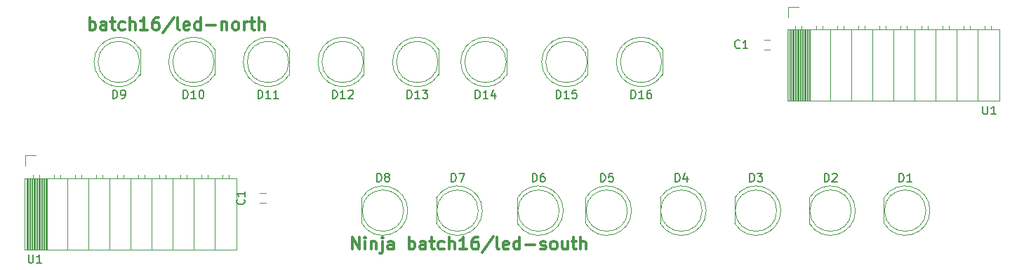
<source format=gto>
G04 #@! TF.GenerationSoftware,KiCad,Pcbnew,(5.1.6-0-10_14)*
G04 #@! TF.CreationDate,2021-12-08T11:35:56+09:00*
G04 #@! TF.ProjectId,qPCR-panel_led_20211208,71504352-2d70-4616-9e65-6c5f6c65645f,rev?*
G04 #@! TF.SameCoordinates,Original*
G04 #@! TF.FileFunction,Legend,Top*
G04 #@! TF.FilePolarity,Positive*
%FSLAX46Y46*%
G04 Gerber Fmt 4.6, Leading zero omitted, Abs format (unit mm)*
G04 Created by KiCad (PCBNEW (5.1.6-0-10_14)) date 2021-12-08 11:35:56*
%MOMM*%
%LPD*%
G01*
G04 APERTURE LIST*
%ADD10C,0.300000*%
%ADD11C,0.120000*%
%ADD12C,0.150000*%
G04 APERTURE END LIST*
D10*
X74619285Y-51678211D02*
X74619285Y-50178211D01*
X74619285Y-50749640D02*
X74762142Y-50678211D01*
X75047857Y-50678211D01*
X75190714Y-50749640D01*
X75262142Y-50821068D01*
X75333571Y-50963925D01*
X75333571Y-51392497D01*
X75262142Y-51535354D01*
X75190714Y-51606782D01*
X75047857Y-51678211D01*
X74762142Y-51678211D01*
X74619285Y-51606782D01*
X76619285Y-51678211D02*
X76619285Y-50892497D01*
X76547857Y-50749640D01*
X76405000Y-50678211D01*
X76119285Y-50678211D01*
X75976428Y-50749640D01*
X76619285Y-51606782D02*
X76476428Y-51678211D01*
X76119285Y-51678211D01*
X75976428Y-51606782D01*
X75905000Y-51463925D01*
X75905000Y-51321068D01*
X75976428Y-51178211D01*
X76119285Y-51106782D01*
X76476428Y-51106782D01*
X76619285Y-51035354D01*
X77119285Y-50678211D02*
X77690714Y-50678211D01*
X77333571Y-50178211D02*
X77333571Y-51463925D01*
X77405000Y-51606782D01*
X77547857Y-51678211D01*
X77690714Y-51678211D01*
X78833571Y-51606782D02*
X78690714Y-51678211D01*
X78405000Y-51678211D01*
X78262142Y-51606782D01*
X78190714Y-51535354D01*
X78119285Y-51392497D01*
X78119285Y-50963925D01*
X78190714Y-50821068D01*
X78262142Y-50749640D01*
X78405000Y-50678211D01*
X78690714Y-50678211D01*
X78833571Y-50749640D01*
X79476428Y-51678211D02*
X79476428Y-50178211D01*
X80119285Y-51678211D02*
X80119285Y-50892497D01*
X80047857Y-50749640D01*
X79905000Y-50678211D01*
X79690714Y-50678211D01*
X79547857Y-50749640D01*
X79476428Y-50821068D01*
X81619285Y-51678211D02*
X80762142Y-51678211D01*
X81190714Y-51678211D02*
X81190714Y-50178211D01*
X81047857Y-50392497D01*
X80905000Y-50535354D01*
X80762142Y-50606782D01*
X82905000Y-50178211D02*
X82619285Y-50178211D01*
X82476428Y-50249640D01*
X82405000Y-50321068D01*
X82262142Y-50535354D01*
X82190714Y-50821068D01*
X82190714Y-51392497D01*
X82262142Y-51535354D01*
X82333571Y-51606782D01*
X82476428Y-51678211D01*
X82762142Y-51678211D01*
X82905000Y-51606782D01*
X82976428Y-51535354D01*
X83047857Y-51392497D01*
X83047857Y-51035354D01*
X82976428Y-50892497D01*
X82905000Y-50821068D01*
X82762142Y-50749640D01*
X82476428Y-50749640D01*
X82333571Y-50821068D01*
X82262142Y-50892497D01*
X82190714Y-51035354D01*
X84762142Y-50106782D02*
X83476428Y-52035354D01*
X85476428Y-51678211D02*
X85333571Y-51606782D01*
X85262142Y-51463925D01*
X85262142Y-50178211D01*
X86619285Y-51606782D02*
X86476428Y-51678211D01*
X86190714Y-51678211D01*
X86047857Y-51606782D01*
X85976428Y-51463925D01*
X85976428Y-50892497D01*
X86047857Y-50749640D01*
X86190714Y-50678211D01*
X86476428Y-50678211D01*
X86619285Y-50749640D01*
X86690714Y-50892497D01*
X86690714Y-51035354D01*
X85976428Y-51178211D01*
X87976428Y-51678211D02*
X87976428Y-50178211D01*
X87976428Y-51606782D02*
X87833571Y-51678211D01*
X87547857Y-51678211D01*
X87405000Y-51606782D01*
X87333571Y-51535354D01*
X87262142Y-51392497D01*
X87262142Y-50963925D01*
X87333571Y-50821068D01*
X87405000Y-50749640D01*
X87547857Y-50678211D01*
X87833571Y-50678211D01*
X87976428Y-50749640D01*
X88690714Y-51106782D02*
X89833571Y-51106782D01*
X90547857Y-50678211D02*
X90547857Y-51678211D01*
X90547857Y-50821068D02*
X90619285Y-50749640D01*
X90762142Y-50678211D01*
X90976428Y-50678211D01*
X91119285Y-50749640D01*
X91190714Y-50892497D01*
X91190714Y-51678211D01*
X92119285Y-51678211D02*
X91976428Y-51606782D01*
X91905000Y-51535354D01*
X91833571Y-51392497D01*
X91833571Y-50963925D01*
X91905000Y-50821068D01*
X91976428Y-50749640D01*
X92119285Y-50678211D01*
X92333571Y-50678211D01*
X92476428Y-50749640D01*
X92547857Y-50821068D01*
X92619285Y-50963925D01*
X92619285Y-51392497D01*
X92547857Y-51535354D01*
X92476428Y-51606782D01*
X92333571Y-51678211D01*
X92119285Y-51678211D01*
X93262142Y-51678211D02*
X93262142Y-50678211D01*
X93262142Y-50963925D02*
X93333571Y-50821068D01*
X93405000Y-50749640D01*
X93547857Y-50678211D01*
X93690714Y-50678211D01*
X93976428Y-50678211D02*
X94547857Y-50678211D01*
X94190714Y-50178211D02*
X94190714Y-51463925D01*
X94262142Y-51606782D01*
X94405000Y-51678211D01*
X94547857Y-51678211D01*
X95047857Y-51678211D02*
X95047857Y-50178211D01*
X95690714Y-51678211D02*
X95690714Y-50892497D01*
X95619285Y-50749640D01*
X95476428Y-50678211D01*
X95262142Y-50678211D01*
X95119285Y-50749640D01*
X95047857Y-50821068D01*
X106282857Y-78208211D02*
X106282857Y-76708211D01*
X107140000Y-78208211D01*
X107140000Y-76708211D01*
X107854285Y-78208211D02*
X107854285Y-77208211D01*
X107854285Y-76708211D02*
X107782857Y-76779640D01*
X107854285Y-76851068D01*
X107925714Y-76779640D01*
X107854285Y-76708211D01*
X107854285Y-76851068D01*
X108568571Y-77208211D02*
X108568571Y-78208211D01*
X108568571Y-77351068D02*
X108640000Y-77279640D01*
X108782857Y-77208211D01*
X108997142Y-77208211D01*
X109140000Y-77279640D01*
X109211428Y-77422497D01*
X109211428Y-78208211D01*
X109925714Y-77208211D02*
X109925714Y-78493925D01*
X109854285Y-78636782D01*
X109711428Y-78708211D01*
X109640000Y-78708211D01*
X109925714Y-76708211D02*
X109854285Y-76779640D01*
X109925714Y-76851068D01*
X109997142Y-76779640D01*
X109925714Y-76708211D01*
X109925714Y-76851068D01*
X111282857Y-78208211D02*
X111282857Y-77422497D01*
X111211428Y-77279640D01*
X111068571Y-77208211D01*
X110782857Y-77208211D01*
X110640000Y-77279640D01*
X111282857Y-78136782D02*
X111140000Y-78208211D01*
X110782857Y-78208211D01*
X110640000Y-78136782D01*
X110568571Y-77993925D01*
X110568571Y-77851068D01*
X110640000Y-77708211D01*
X110782857Y-77636782D01*
X111140000Y-77636782D01*
X111282857Y-77565354D01*
X113140000Y-78208211D02*
X113140000Y-76708211D01*
X113140000Y-77279640D02*
X113282857Y-77208211D01*
X113568571Y-77208211D01*
X113711428Y-77279640D01*
X113782857Y-77351068D01*
X113854285Y-77493925D01*
X113854285Y-77922497D01*
X113782857Y-78065354D01*
X113711428Y-78136782D01*
X113568571Y-78208211D01*
X113282857Y-78208211D01*
X113140000Y-78136782D01*
X115140000Y-78208211D02*
X115140000Y-77422497D01*
X115068571Y-77279640D01*
X114925714Y-77208211D01*
X114640000Y-77208211D01*
X114497142Y-77279640D01*
X115140000Y-78136782D02*
X114997142Y-78208211D01*
X114640000Y-78208211D01*
X114497142Y-78136782D01*
X114425714Y-77993925D01*
X114425714Y-77851068D01*
X114497142Y-77708211D01*
X114640000Y-77636782D01*
X114997142Y-77636782D01*
X115140000Y-77565354D01*
X115640000Y-77208211D02*
X116211428Y-77208211D01*
X115854285Y-76708211D02*
X115854285Y-77993925D01*
X115925714Y-78136782D01*
X116068571Y-78208211D01*
X116211428Y-78208211D01*
X117354285Y-78136782D02*
X117211428Y-78208211D01*
X116925714Y-78208211D01*
X116782857Y-78136782D01*
X116711428Y-78065354D01*
X116640000Y-77922497D01*
X116640000Y-77493925D01*
X116711428Y-77351068D01*
X116782857Y-77279640D01*
X116925714Y-77208211D01*
X117211428Y-77208211D01*
X117354285Y-77279640D01*
X117997142Y-78208211D02*
X117997142Y-76708211D01*
X118640000Y-78208211D02*
X118640000Y-77422497D01*
X118568571Y-77279640D01*
X118425714Y-77208211D01*
X118211428Y-77208211D01*
X118068571Y-77279640D01*
X117997142Y-77351068D01*
X120140000Y-78208211D02*
X119282857Y-78208211D01*
X119711428Y-78208211D02*
X119711428Y-76708211D01*
X119568571Y-76922497D01*
X119425714Y-77065354D01*
X119282857Y-77136782D01*
X121425714Y-76708211D02*
X121140000Y-76708211D01*
X120997142Y-76779640D01*
X120925714Y-76851068D01*
X120782857Y-77065354D01*
X120711428Y-77351068D01*
X120711428Y-77922497D01*
X120782857Y-78065354D01*
X120854285Y-78136782D01*
X120997142Y-78208211D01*
X121282857Y-78208211D01*
X121425714Y-78136782D01*
X121497142Y-78065354D01*
X121568571Y-77922497D01*
X121568571Y-77565354D01*
X121497142Y-77422497D01*
X121425714Y-77351068D01*
X121282857Y-77279640D01*
X120997142Y-77279640D01*
X120854285Y-77351068D01*
X120782857Y-77422497D01*
X120711428Y-77565354D01*
X123282857Y-76636782D02*
X121997142Y-78565354D01*
X123997142Y-78208211D02*
X123854285Y-78136782D01*
X123782857Y-77993925D01*
X123782857Y-76708211D01*
X125140000Y-78136782D02*
X124997142Y-78208211D01*
X124711428Y-78208211D01*
X124568571Y-78136782D01*
X124497142Y-77993925D01*
X124497142Y-77422497D01*
X124568571Y-77279640D01*
X124711428Y-77208211D01*
X124997142Y-77208211D01*
X125140000Y-77279640D01*
X125211428Y-77422497D01*
X125211428Y-77565354D01*
X124497142Y-77708211D01*
X126497142Y-78208211D02*
X126497142Y-76708211D01*
X126497142Y-78136782D02*
X126354285Y-78208211D01*
X126068571Y-78208211D01*
X125925714Y-78136782D01*
X125854285Y-78065354D01*
X125782857Y-77922497D01*
X125782857Y-77493925D01*
X125854285Y-77351068D01*
X125925714Y-77279640D01*
X126068571Y-77208211D01*
X126354285Y-77208211D01*
X126497142Y-77279640D01*
X127211428Y-77636782D02*
X128354285Y-77636782D01*
X128997142Y-78136782D02*
X129140000Y-78208211D01*
X129425714Y-78208211D01*
X129568571Y-78136782D01*
X129640000Y-77993925D01*
X129640000Y-77922497D01*
X129568571Y-77779640D01*
X129425714Y-77708211D01*
X129211428Y-77708211D01*
X129068571Y-77636782D01*
X128997142Y-77493925D01*
X128997142Y-77422497D01*
X129068571Y-77279640D01*
X129211428Y-77208211D01*
X129425714Y-77208211D01*
X129568571Y-77279640D01*
X130497142Y-78208211D02*
X130354285Y-78136782D01*
X130282857Y-78065354D01*
X130211428Y-77922497D01*
X130211428Y-77493925D01*
X130282857Y-77351068D01*
X130354285Y-77279640D01*
X130497142Y-77208211D01*
X130711428Y-77208211D01*
X130854285Y-77279640D01*
X130925714Y-77351068D01*
X130997142Y-77493925D01*
X130997142Y-77922497D01*
X130925714Y-78065354D01*
X130854285Y-78136782D01*
X130711428Y-78208211D01*
X130497142Y-78208211D01*
X132282857Y-77208211D02*
X132282857Y-78208211D01*
X131640000Y-77208211D02*
X131640000Y-77993925D01*
X131711428Y-78136782D01*
X131854285Y-78208211D01*
X132068571Y-78208211D01*
X132211428Y-78136782D01*
X132282857Y-78065354D01*
X132782857Y-77208211D02*
X133354285Y-77208211D01*
X132997142Y-76708211D02*
X132997142Y-77993925D01*
X133068571Y-78136782D01*
X133211428Y-78208211D01*
X133354285Y-78208211D01*
X133854285Y-78208211D02*
X133854285Y-76708211D01*
X134497142Y-78208211D02*
X134497142Y-77422497D01*
X134425714Y-77279640D01*
X134282857Y-77208211D01*
X134068571Y-77208211D01*
X133925714Y-77279640D01*
X133854285Y-77351068D01*
D11*
G04 #@! TO.C,C1*
X155985000Y-52819640D02*
X156685000Y-52819640D01*
X156685000Y-54019640D02*
X155985000Y-54019640D01*
G04 #@! TO.C,D9*
X80635000Y-55521640D02*
G75*
G03*
X80635000Y-55521640I-2500000J0D01*
G01*
X80695000Y-57066640D02*
X80695000Y-53976640D01*
X75145000Y-55521178D02*
G75*
G03*
X80695000Y-57066470I2990000J-462D01*
G01*
X75145000Y-55522102D02*
G75*
G02*
X80695000Y-53976810I2990000J462D01*
G01*
G04 #@! TO.C,D10*
X89695000Y-57066640D02*
X89695000Y-53976640D01*
X89635000Y-55521640D02*
G75*
G03*
X89635000Y-55521640I-2500000J0D01*
G01*
X84145000Y-55522102D02*
G75*
G02*
X89695000Y-53976810I2990000J462D01*
G01*
X84145000Y-55521178D02*
G75*
G03*
X89695000Y-57066470I2990000J-462D01*
G01*
G04 #@! TO.C,D11*
X98635000Y-55521640D02*
G75*
G03*
X98635000Y-55521640I-2500000J0D01*
G01*
X98695000Y-57066640D02*
X98695000Y-53976640D01*
X93145000Y-55521178D02*
G75*
G03*
X98695000Y-57066470I2990000J-462D01*
G01*
X93145000Y-55522102D02*
G75*
G02*
X98695000Y-53976810I2990000J462D01*
G01*
G04 #@! TO.C,D12*
X107695000Y-57066640D02*
X107695000Y-53976640D01*
X107635000Y-55521640D02*
G75*
G03*
X107635000Y-55521640I-2500000J0D01*
G01*
X102145000Y-55522102D02*
G75*
G02*
X107695000Y-53976810I2990000J462D01*
G01*
X102145000Y-55521178D02*
G75*
G03*
X107695000Y-57066470I2990000J-462D01*
G01*
G04 #@! TO.C,D13*
X116635000Y-55521640D02*
G75*
G03*
X116635000Y-55521640I-2500000J0D01*
G01*
X116695000Y-57066640D02*
X116695000Y-53976640D01*
X111145000Y-55521178D02*
G75*
G03*
X116695000Y-57066470I2990000J-462D01*
G01*
X111145000Y-55522102D02*
G75*
G02*
X116695000Y-53976810I2990000J462D01*
G01*
G04 #@! TO.C,D14*
X124925000Y-57066640D02*
X124925000Y-53976640D01*
X124865000Y-55521640D02*
G75*
G03*
X124865000Y-55521640I-2500000J0D01*
G01*
X119375000Y-55522102D02*
G75*
G02*
X124925000Y-53976810I2990000J462D01*
G01*
X119375000Y-55521178D02*
G75*
G03*
X124925000Y-57066470I2990000J-462D01*
G01*
G04 #@! TO.C,D15*
X134635000Y-55521640D02*
G75*
G03*
X134635000Y-55521640I-2500000J0D01*
G01*
X134695000Y-57066640D02*
X134695000Y-53976640D01*
X129145000Y-55521178D02*
G75*
G03*
X134695000Y-57066470I2990000J-462D01*
G01*
X129145000Y-55522102D02*
G75*
G02*
X134695000Y-53976810I2990000J462D01*
G01*
G04 #@! TO.C,D16*
X143695000Y-57066640D02*
X143695000Y-53976640D01*
X143635000Y-55521640D02*
G75*
G03*
X143635000Y-55521640I-2500000J0D01*
G01*
X138145000Y-55522102D02*
G75*
G02*
X143695000Y-53976810I2990000J462D01*
G01*
X138145000Y-55521178D02*
G75*
G03*
X143695000Y-57066470I2990000J-462D01*
G01*
G04 #@! TO.C,U1*
X158870746Y-48851640D02*
X160140746Y-48851640D01*
X158870746Y-50121640D02*
X158870746Y-48851640D01*
X183380746Y-51151640D02*
X183380746Y-51581640D01*
X182620746Y-51151640D02*
X182620746Y-51581640D01*
X181730746Y-60211640D02*
X181730746Y-51581640D01*
X184330746Y-60211640D02*
X181730746Y-60211640D01*
X184330746Y-51581640D02*
X184330746Y-60211640D01*
X181730746Y-51581640D02*
X184330746Y-51581640D01*
X180840746Y-51151640D02*
X180840746Y-51581640D01*
X180080746Y-51151640D02*
X180080746Y-51581640D01*
X179190746Y-60211640D02*
X179190746Y-51581640D01*
X181730746Y-60211640D02*
X179190746Y-60211640D01*
X181730746Y-51581640D02*
X181730746Y-60211640D01*
X179190746Y-51581640D02*
X181730746Y-51581640D01*
X178300746Y-51151640D02*
X178300746Y-51581640D01*
X177540746Y-51151640D02*
X177540746Y-51581640D01*
X176650746Y-60211640D02*
X176650746Y-51581640D01*
X179190746Y-60211640D02*
X176650746Y-60211640D01*
X179190746Y-51581640D02*
X179190746Y-60211640D01*
X176650746Y-51581640D02*
X179190746Y-51581640D01*
X175760746Y-51151640D02*
X175760746Y-51581640D01*
X175000746Y-51151640D02*
X175000746Y-51581640D01*
X174110746Y-60211640D02*
X174110746Y-51581640D01*
X176650746Y-60211640D02*
X174110746Y-60211640D01*
X176650746Y-51581640D02*
X176650746Y-60211640D01*
X174110746Y-51581640D02*
X176650746Y-51581640D01*
X173220746Y-51151640D02*
X173220746Y-51581640D01*
X172460746Y-51151640D02*
X172460746Y-51581640D01*
X171570746Y-60211640D02*
X171570746Y-51581640D01*
X174110746Y-60211640D02*
X171570746Y-60211640D01*
X174110746Y-51581640D02*
X174110746Y-60211640D01*
X171570746Y-51581640D02*
X174110746Y-51581640D01*
X170680746Y-51151640D02*
X170680746Y-51581640D01*
X169920746Y-51151640D02*
X169920746Y-51581640D01*
X169030746Y-60211640D02*
X169030746Y-51581640D01*
X171570746Y-60211640D02*
X169030746Y-60211640D01*
X171570746Y-51581640D02*
X171570746Y-60211640D01*
X169030746Y-51581640D02*
X171570746Y-51581640D01*
X168140746Y-51151640D02*
X168140746Y-51581640D01*
X167380746Y-51151640D02*
X167380746Y-51581640D01*
X166490746Y-60211640D02*
X166490746Y-51581640D01*
X169030746Y-60211640D02*
X166490746Y-60211640D01*
X169030746Y-51581640D02*
X169030746Y-60211640D01*
X166490746Y-51581640D02*
X169030746Y-51581640D01*
X165600746Y-51151640D02*
X165600746Y-51581640D01*
X164840746Y-51151640D02*
X164840746Y-51581640D01*
X163950746Y-60211640D02*
X163950746Y-51581640D01*
X166490746Y-60211640D02*
X163950746Y-60211640D01*
X166490746Y-51581640D02*
X166490746Y-60211640D01*
X163950746Y-51581640D02*
X166490746Y-51581640D01*
X163060746Y-51151640D02*
X163060746Y-51581640D01*
X162300746Y-51151640D02*
X162300746Y-51581640D01*
X161410746Y-60211640D02*
X161410746Y-51581640D01*
X163950746Y-60211640D02*
X161410746Y-60211640D01*
X163950746Y-51581640D02*
X163950746Y-60211640D01*
X161410746Y-51581640D02*
X163950746Y-51581640D01*
X161510746Y-51581640D02*
X161510746Y-60211640D01*
X161390746Y-51581640D02*
X161390746Y-60211640D01*
X161270746Y-51581640D02*
X161270746Y-60211640D01*
X161150746Y-51581640D02*
X161150746Y-60211640D01*
X161030746Y-51581640D02*
X161030746Y-60211640D01*
X160910746Y-51581640D02*
X160910746Y-60211640D01*
X160790746Y-51581640D02*
X160790746Y-60211640D01*
X160670746Y-51581640D02*
X160670746Y-60211640D01*
X160550746Y-51581640D02*
X160550746Y-60211640D01*
X160430746Y-51581640D02*
X160430746Y-60211640D01*
X160310746Y-51581640D02*
X160310746Y-60211640D01*
X160190746Y-51581640D02*
X160190746Y-60211640D01*
X160070746Y-51581640D02*
X160070746Y-60211640D01*
X159950746Y-51581640D02*
X159950746Y-60211640D01*
X159830746Y-51581640D02*
X159830746Y-60211640D01*
X159710746Y-51581640D02*
X159710746Y-60211640D01*
X159590746Y-51581640D02*
X159590746Y-60211640D01*
X159470746Y-51581640D02*
X159470746Y-60211640D01*
X159350746Y-51581640D02*
X159350746Y-60211640D01*
X159230746Y-51581640D02*
X159230746Y-60211640D01*
X159110746Y-51581640D02*
X159110746Y-60211640D01*
X158990746Y-51581640D02*
X158990746Y-60211640D01*
X160520746Y-51151640D02*
X160520746Y-51581640D01*
X159760746Y-51151640D02*
X159760746Y-51581640D01*
X158810746Y-60211640D02*
X158810746Y-51581640D01*
X161410746Y-60211640D02*
X158810746Y-60211640D01*
X161410746Y-51581640D02*
X161410746Y-60211640D01*
X158810746Y-51581640D02*
X161410746Y-51581640D01*
G04 #@! TO.C,C1*
X95150000Y-71399640D02*
X95850000Y-71399640D01*
X95850000Y-72599640D02*
X95150000Y-72599640D01*
G04 #@! TO.C,D1*
X170440000Y-71976640D02*
X170440000Y-75066640D01*
X175500000Y-73521640D02*
G75*
G03*
X175500000Y-73521640I-2500000J0D01*
G01*
X175990000Y-73522102D02*
G75*
G03*
X170440000Y-71976810I-2990000J462D01*
G01*
X175990000Y-73521178D02*
G75*
G02*
X170440000Y-75066470I-2990000J-462D01*
G01*
G04 #@! TO.C,D2*
X166500000Y-73521640D02*
G75*
G03*
X166500000Y-73521640I-2500000J0D01*
G01*
X161440000Y-71976640D02*
X161440000Y-75066640D01*
X166990000Y-73521178D02*
G75*
G02*
X161440000Y-75066470I-2990000J-462D01*
G01*
X166990000Y-73522102D02*
G75*
G03*
X161440000Y-71976810I-2990000J462D01*
G01*
G04 #@! TO.C,D3*
X152440000Y-71976640D02*
X152440000Y-75066640D01*
X157500000Y-73521640D02*
G75*
G03*
X157500000Y-73521640I-2500000J0D01*
G01*
X157990000Y-73522102D02*
G75*
G03*
X152440000Y-71976810I-2990000J462D01*
G01*
X157990000Y-73521178D02*
G75*
G02*
X152440000Y-75066470I-2990000J-462D01*
G01*
G04 #@! TO.C,D4*
X148500000Y-73521640D02*
G75*
G03*
X148500000Y-73521640I-2500000J0D01*
G01*
X143440000Y-71976640D02*
X143440000Y-75066640D01*
X148990000Y-73521178D02*
G75*
G02*
X143440000Y-75066470I-2990000J-462D01*
G01*
X148990000Y-73522102D02*
G75*
G03*
X143440000Y-71976810I-2990000J462D01*
G01*
G04 #@! TO.C,D5*
X134440000Y-71976640D02*
X134440000Y-75066640D01*
X139500000Y-73521640D02*
G75*
G03*
X139500000Y-73521640I-2500000J0D01*
G01*
X139990000Y-73522102D02*
G75*
G03*
X134440000Y-71976810I-2990000J462D01*
G01*
X139990000Y-73521178D02*
G75*
G02*
X134440000Y-75066470I-2990000J-462D01*
G01*
G04 #@! TO.C,D6*
X131270000Y-73521640D02*
G75*
G03*
X131270000Y-73521640I-2500000J0D01*
G01*
X126210000Y-71976640D02*
X126210000Y-75066640D01*
X131760000Y-73521178D02*
G75*
G02*
X126210000Y-75066470I-2990000J-462D01*
G01*
X131760000Y-73522102D02*
G75*
G03*
X126210000Y-71976810I-2990000J462D01*
G01*
G04 #@! TO.C,D7*
X116440000Y-71976640D02*
X116440000Y-75066640D01*
X121500000Y-73521640D02*
G75*
G03*
X121500000Y-73521640I-2500000J0D01*
G01*
X121990000Y-73522102D02*
G75*
G03*
X116440000Y-71976810I-2990000J462D01*
G01*
X121990000Y-73521178D02*
G75*
G02*
X116440000Y-75066470I-2990000J-462D01*
G01*
G04 #@! TO.C,D8*
X112500000Y-73521640D02*
G75*
G03*
X112500000Y-73521640I-2500000J0D01*
G01*
X107440000Y-71976640D02*
X107440000Y-75066640D01*
X112990000Y-73521178D02*
G75*
G02*
X107440000Y-75066470I-2990000J-462D01*
G01*
X112990000Y-73522102D02*
G75*
G03*
X107440000Y-71976810I-2990000J462D01*
G01*
G04 #@! TO.C,U1*
X66804254Y-69581640D02*
X69404254Y-69581640D01*
X69404254Y-69581640D02*
X69404254Y-78211640D01*
X69404254Y-78211640D02*
X66804254Y-78211640D01*
X66804254Y-78211640D02*
X66804254Y-69581640D01*
X67754254Y-69151640D02*
X67754254Y-69581640D01*
X68514254Y-69151640D02*
X68514254Y-69581640D01*
X66984254Y-69581640D02*
X66984254Y-78211640D01*
X67104254Y-69581640D02*
X67104254Y-78211640D01*
X67224254Y-69581640D02*
X67224254Y-78211640D01*
X67344254Y-69581640D02*
X67344254Y-78211640D01*
X67464254Y-69581640D02*
X67464254Y-78211640D01*
X67584254Y-69581640D02*
X67584254Y-78211640D01*
X67704254Y-69581640D02*
X67704254Y-78211640D01*
X67824254Y-69581640D02*
X67824254Y-78211640D01*
X67944254Y-69581640D02*
X67944254Y-78211640D01*
X68064254Y-69581640D02*
X68064254Y-78211640D01*
X68184254Y-69581640D02*
X68184254Y-78211640D01*
X68304254Y-69581640D02*
X68304254Y-78211640D01*
X68424254Y-69581640D02*
X68424254Y-78211640D01*
X68544254Y-69581640D02*
X68544254Y-78211640D01*
X68664254Y-69581640D02*
X68664254Y-78211640D01*
X68784254Y-69581640D02*
X68784254Y-78211640D01*
X68904254Y-69581640D02*
X68904254Y-78211640D01*
X69024254Y-69581640D02*
X69024254Y-78211640D01*
X69144254Y-69581640D02*
X69144254Y-78211640D01*
X69264254Y-69581640D02*
X69264254Y-78211640D01*
X69384254Y-69581640D02*
X69384254Y-78211640D01*
X69504254Y-69581640D02*
X69504254Y-78211640D01*
X69404254Y-69581640D02*
X71944254Y-69581640D01*
X71944254Y-69581640D02*
X71944254Y-78211640D01*
X71944254Y-78211640D02*
X69404254Y-78211640D01*
X69404254Y-78211640D02*
X69404254Y-69581640D01*
X70294254Y-69151640D02*
X70294254Y-69581640D01*
X71054254Y-69151640D02*
X71054254Y-69581640D01*
X71944254Y-69581640D02*
X74484254Y-69581640D01*
X74484254Y-69581640D02*
X74484254Y-78211640D01*
X74484254Y-78211640D02*
X71944254Y-78211640D01*
X71944254Y-78211640D02*
X71944254Y-69581640D01*
X72834254Y-69151640D02*
X72834254Y-69581640D01*
X73594254Y-69151640D02*
X73594254Y-69581640D01*
X74484254Y-69581640D02*
X77024254Y-69581640D01*
X77024254Y-69581640D02*
X77024254Y-78211640D01*
X77024254Y-78211640D02*
X74484254Y-78211640D01*
X74484254Y-78211640D02*
X74484254Y-69581640D01*
X75374254Y-69151640D02*
X75374254Y-69581640D01*
X76134254Y-69151640D02*
X76134254Y-69581640D01*
X77024254Y-69581640D02*
X79564254Y-69581640D01*
X79564254Y-69581640D02*
X79564254Y-78211640D01*
X79564254Y-78211640D02*
X77024254Y-78211640D01*
X77024254Y-78211640D02*
X77024254Y-69581640D01*
X77914254Y-69151640D02*
X77914254Y-69581640D01*
X78674254Y-69151640D02*
X78674254Y-69581640D01*
X79564254Y-69581640D02*
X82104254Y-69581640D01*
X82104254Y-69581640D02*
X82104254Y-78211640D01*
X82104254Y-78211640D02*
X79564254Y-78211640D01*
X79564254Y-78211640D02*
X79564254Y-69581640D01*
X80454254Y-69151640D02*
X80454254Y-69581640D01*
X81214254Y-69151640D02*
X81214254Y-69581640D01*
X82104254Y-69581640D02*
X84644254Y-69581640D01*
X84644254Y-69581640D02*
X84644254Y-78211640D01*
X84644254Y-78211640D02*
X82104254Y-78211640D01*
X82104254Y-78211640D02*
X82104254Y-69581640D01*
X82994254Y-69151640D02*
X82994254Y-69581640D01*
X83754254Y-69151640D02*
X83754254Y-69581640D01*
X84644254Y-69581640D02*
X87184254Y-69581640D01*
X87184254Y-69581640D02*
X87184254Y-78211640D01*
X87184254Y-78211640D02*
X84644254Y-78211640D01*
X84644254Y-78211640D02*
X84644254Y-69581640D01*
X85534254Y-69151640D02*
X85534254Y-69581640D01*
X86294254Y-69151640D02*
X86294254Y-69581640D01*
X87184254Y-69581640D02*
X89724254Y-69581640D01*
X89724254Y-69581640D02*
X89724254Y-78211640D01*
X89724254Y-78211640D02*
X87184254Y-78211640D01*
X87184254Y-78211640D02*
X87184254Y-69581640D01*
X88074254Y-69151640D02*
X88074254Y-69581640D01*
X88834254Y-69151640D02*
X88834254Y-69581640D01*
X89724254Y-69581640D02*
X92324254Y-69581640D01*
X92324254Y-69581640D02*
X92324254Y-78211640D01*
X92324254Y-78211640D02*
X89724254Y-78211640D01*
X89724254Y-78211640D02*
X89724254Y-69581640D01*
X90614254Y-69151640D02*
X90614254Y-69581640D01*
X91374254Y-69151640D02*
X91374254Y-69581640D01*
X66864254Y-68121640D02*
X66864254Y-66851640D01*
X66864254Y-66851640D02*
X68134254Y-66851640D01*
G04 #@! TO.C,C1*
D12*
X153060333Y-53776782D02*
X153012714Y-53824401D01*
X152869857Y-53872020D01*
X152774619Y-53872020D01*
X152631761Y-53824401D01*
X152536523Y-53729163D01*
X152488904Y-53633925D01*
X152441285Y-53443449D01*
X152441285Y-53300592D01*
X152488904Y-53110116D01*
X152536523Y-53014878D01*
X152631761Y-52919640D01*
X152774619Y-52872020D01*
X152869857Y-52872020D01*
X153012714Y-52919640D01*
X153060333Y-52967259D01*
X154012714Y-53872020D02*
X153441285Y-53872020D01*
X153727000Y-53872020D02*
X153727000Y-52872020D01*
X153631761Y-53014878D01*
X153536523Y-53110116D01*
X153441285Y-53157735D01*
G04 #@! TO.C,D9*
X77396904Y-59934020D02*
X77396904Y-58934020D01*
X77635000Y-58934020D01*
X77777857Y-58981640D01*
X77873095Y-59076878D01*
X77920714Y-59172116D01*
X77968333Y-59362592D01*
X77968333Y-59505449D01*
X77920714Y-59695925D01*
X77873095Y-59791163D01*
X77777857Y-59886401D01*
X77635000Y-59934020D01*
X77396904Y-59934020D01*
X78444523Y-59934020D02*
X78635000Y-59934020D01*
X78730238Y-59886401D01*
X78777857Y-59838782D01*
X78873095Y-59695925D01*
X78920714Y-59505449D01*
X78920714Y-59124497D01*
X78873095Y-59029259D01*
X78825476Y-58981640D01*
X78730238Y-58934020D01*
X78539761Y-58934020D01*
X78444523Y-58981640D01*
X78396904Y-59029259D01*
X78349285Y-59124497D01*
X78349285Y-59362592D01*
X78396904Y-59457830D01*
X78444523Y-59505449D01*
X78539761Y-59553068D01*
X78730238Y-59553068D01*
X78825476Y-59505449D01*
X78873095Y-59457830D01*
X78920714Y-59362592D01*
G04 #@! TO.C,D10*
X85920714Y-59934020D02*
X85920714Y-58934020D01*
X86158809Y-58934020D01*
X86301666Y-58981640D01*
X86396904Y-59076878D01*
X86444523Y-59172116D01*
X86492142Y-59362592D01*
X86492142Y-59505449D01*
X86444523Y-59695925D01*
X86396904Y-59791163D01*
X86301666Y-59886401D01*
X86158809Y-59934020D01*
X85920714Y-59934020D01*
X87444523Y-59934020D02*
X86873095Y-59934020D01*
X87158809Y-59934020D02*
X87158809Y-58934020D01*
X87063571Y-59076878D01*
X86968333Y-59172116D01*
X86873095Y-59219735D01*
X88063571Y-58934020D02*
X88158809Y-58934020D01*
X88254047Y-58981640D01*
X88301666Y-59029259D01*
X88349285Y-59124497D01*
X88396904Y-59314973D01*
X88396904Y-59553068D01*
X88349285Y-59743544D01*
X88301666Y-59838782D01*
X88254047Y-59886401D01*
X88158809Y-59934020D01*
X88063571Y-59934020D01*
X87968333Y-59886401D01*
X87920714Y-59838782D01*
X87873095Y-59743544D01*
X87825476Y-59553068D01*
X87825476Y-59314973D01*
X87873095Y-59124497D01*
X87920714Y-59029259D01*
X87968333Y-58981640D01*
X88063571Y-58934020D01*
G04 #@! TO.C,D11*
X94920714Y-59934020D02*
X94920714Y-58934020D01*
X95158809Y-58934020D01*
X95301666Y-58981640D01*
X95396904Y-59076878D01*
X95444523Y-59172116D01*
X95492142Y-59362592D01*
X95492142Y-59505449D01*
X95444523Y-59695925D01*
X95396904Y-59791163D01*
X95301666Y-59886401D01*
X95158809Y-59934020D01*
X94920714Y-59934020D01*
X96444523Y-59934020D02*
X95873095Y-59934020D01*
X96158809Y-59934020D02*
X96158809Y-58934020D01*
X96063571Y-59076878D01*
X95968333Y-59172116D01*
X95873095Y-59219735D01*
X97396904Y-59934020D02*
X96825476Y-59934020D01*
X97111190Y-59934020D02*
X97111190Y-58934020D01*
X97015952Y-59076878D01*
X96920714Y-59172116D01*
X96825476Y-59219735D01*
G04 #@! TO.C,D12*
X103920714Y-59934020D02*
X103920714Y-58934020D01*
X104158809Y-58934020D01*
X104301666Y-58981640D01*
X104396904Y-59076878D01*
X104444523Y-59172116D01*
X104492142Y-59362592D01*
X104492142Y-59505449D01*
X104444523Y-59695925D01*
X104396904Y-59791163D01*
X104301666Y-59886401D01*
X104158809Y-59934020D01*
X103920714Y-59934020D01*
X105444523Y-59934020D02*
X104873095Y-59934020D01*
X105158809Y-59934020D02*
X105158809Y-58934020D01*
X105063571Y-59076878D01*
X104968333Y-59172116D01*
X104873095Y-59219735D01*
X105825476Y-59029259D02*
X105873095Y-58981640D01*
X105968333Y-58934020D01*
X106206428Y-58934020D01*
X106301666Y-58981640D01*
X106349285Y-59029259D01*
X106396904Y-59124497D01*
X106396904Y-59219735D01*
X106349285Y-59362592D01*
X105777857Y-59934020D01*
X106396904Y-59934020D01*
G04 #@! TO.C,D13*
X112920714Y-59934020D02*
X112920714Y-58934020D01*
X113158809Y-58934020D01*
X113301666Y-58981640D01*
X113396904Y-59076878D01*
X113444523Y-59172116D01*
X113492142Y-59362592D01*
X113492142Y-59505449D01*
X113444523Y-59695925D01*
X113396904Y-59791163D01*
X113301666Y-59886401D01*
X113158809Y-59934020D01*
X112920714Y-59934020D01*
X114444523Y-59934020D02*
X113873095Y-59934020D01*
X114158809Y-59934020D02*
X114158809Y-58934020D01*
X114063571Y-59076878D01*
X113968333Y-59172116D01*
X113873095Y-59219735D01*
X114777857Y-58934020D02*
X115396904Y-58934020D01*
X115063571Y-59314973D01*
X115206428Y-59314973D01*
X115301666Y-59362592D01*
X115349285Y-59410211D01*
X115396904Y-59505449D01*
X115396904Y-59743544D01*
X115349285Y-59838782D01*
X115301666Y-59886401D01*
X115206428Y-59934020D01*
X114920714Y-59934020D01*
X114825476Y-59886401D01*
X114777857Y-59838782D01*
G04 #@! TO.C,D14*
X121150714Y-59934020D02*
X121150714Y-58934020D01*
X121388809Y-58934020D01*
X121531666Y-58981640D01*
X121626904Y-59076878D01*
X121674523Y-59172116D01*
X121722142Y-59362592D01*
X121722142Y-59505449D01*
X121674523Y-59695925D01*
X121626904Y-59791163D01*
X121531666Y-59886401D01*
X121388809Y-59934020D01*
X121150714Y-59934020D01*
X122674523Y-59934020D02*
X122103095Y-59934020D01*
X122388809Y-59934020D02*
X122388809Y-58934020D01*
X122293571Y-59076878D01*
X122198333Y-59172116D01*
X122103095Y-59219735D01*
X123531666Y-59267354D02*
X123531666Y-59934020D01*
X123293571Y-58886401D02*
X123055476Y-59600687D01*
X123674523Y-59600687D01*
G04 #@! TO.C,D15*
X130920714Y-59934020D02*
X130920714Y-58934020D01*
X131158809Y-58934020D01*
X131301666Y-58981640D01*
X131396904Y-59076878D01*
X131444523Y-59172116D01*
X131492142Y-59362592D01*
X131492142Y-59505449D01*
X131444523Y-59695925D01*
X131396904Y-59791163D01*
X131301666Y-59886401D01*
X131158809Y-59934020D01*
X130920714Y-59934020D01*
X132444523Y-59934020D02*
X131873095Y-59934020D01*
X132158809Y-59934020D02*
X132158809Y-58934020D01*
X132063571Y-59076878D01*
X131968333Y-59172116D01*
X131873095Y-59219735D01*
X133349285Y-58934020D02*
X132873095Y-58934020D01*
X132825476Y-59410211D01*
X132873095Y-59362592D01*
X132968333Y-59314973D01*
X133206428Y-59314973D01*
X133301666Y-59362592D01*
X133349285Y-59410211D01*
X133396904Y-59505449D01*
X133396904Y-59743544D01*
X133349285Y-59838782D01*
X133301666Y-59886401D01*
X133206428Y-59934020D01*
X132968333Y-59934020D01*
X132873095Y-59886401D01*
X132825476Y-59838782D01*
G04 #@! TO.C,D16*
X139920714Y-59934020D02*
X139920714Y-58934020D01*
X140158809Y-58934020D01*
X140301666Y-58981640D01*
X140396904Y-59076878D01*
X140444523Y-59172116D01*
X140492142Y-59362592D01*
X140492142Y-59505449D01*
X140444523Y-59695925D01*
X140396904Y-59791163D01*
X140301666Y-59886401D01*
X140158809Y-59934020D01*
X139920714Y-59934020D01*
X141444523Y-59934020D02*
X140873095Y-59934020D01*
X141158809Y-59934020D02*
X141158809Y-58934020D01*
X141063571Y-59076878D01*
X140968333Y-59172116D01*
X140873095Y-59219735D01*
X142301666Y-58934020D02*
X142111190Y-58934020D01*
X142015952Y-58981640D01*
X141968333Y-59029259D01*
X141873095Y-59172116D01*
X141825476Y-59362592D01*
X141825476Y-59743544D01*
X141873095Y-59838782D01*
X141920714Y-59886401D01*
X142015952Y-59934020D01*
X142206428Y-59934020D01*
X142301666Y-59886401D01*
X142349285Y-59838782D01*
X142396904Y-59743544D01*
X142396904Y-59505449D01*
X142349285Y-59410211D01*
X142301666Y-59362592D01*
X142206428Y-59314973D01*
X142015952Y-59314973D01*
X141920714Y-59362592D01*
X141873095Y-59410211D01*
X141825476Y-59505449D01*
G04 #@! TO.C,U1*
X182373095Y-60852020D02*
X182373095Y-61661544D01*
X182420714Y-61756782D01*
X182468333Y-61804401D01*
X182563571Y-61852020D01*
X182754047Y-61852020D01*
X182849285Y-61804401D01*
X182896904Y-61756782D01*
X182944523Y-61661544D01*
X182944523Y-60852020D01*
X183944523Y-61852020D02*
X183373095Y-61852020D01*
X183658809Y-61852020D02*
X183658809Y-60852020D01*
X183563571Y-60994878D01*
X183468333Y-61090116D01*
X183373095Y-61137735D01*
G04 #@! TO.C,C1*
X93249142Y-72166306D02*
X93296761Y-72213925D01*
X93344380Y-72356782D01*
X93344380Y-72452020D01*
X93296761Y-72594878D01*
X93201523Y-72690116D01*
X93106285Y-72737735D01*
X92915809Y-72785354D01*
X92772952Y-72785354D01*
X92582476Y-72737735D01*
X92487238Y-72690116D01*
X92392000Y-72594878D01*
X92344380Y-72452020D01*
X92344380Y-72356782D01*
X92392000Y-72213925D01*
X92439619Y-72166306D01*
X93344380Y-71213925D02*
X93344380Y-71785354D01*
X93344380Y-71499640D02*
X92344380Y-71499640D01*
X92487238Y-71594878D01*
X92582476Y-71690116D01*
X92630095Y-71785354D01*
G04 #@! TO.C,D1*
X172261904Y-70014020D02*
X172261904Y-69014020D01*
X172500000Y-69014020D01*
X172642857Y-69061640D01*
X172738095Y-69156878D01*
X172785714Y-69252116D01*
X172833333Y-69442592D01*
X172833333Y-69585449D01*
X172785714Y-69775925D01*
X172738095Y-69871163D01*
X172642857Y-69966401D01*
X172500000Y-70014020D01*
X172261904Y-70014020D01*
X173785714Y-70014020D02*
X173214285Y-70014020D01*
X173500000Y-70014020D02*
X173500000Y-69014020D01*
X173404761Y-69156878D01*
X173309523Y-69252116D01*
X173214285Y-69299735D01*
G04 #@! TO.C,D2*
X163261904Y-70014020D02*
X163261904Y-69014020D01*
X163500000Y-69014020D01*
X163642857Y-69061640D01*
X163738095Y-69156878D01*
X163785714Y-69252116D01*
X163833333Y-69442592D01*
X163833333Y-69585449D01*
X163785714Y-69775925D01*
X163738095Y-69871163D01*
X163642857Y-69966401D01*
X163500000Y-70014020D01*
X163261904Y-70014020D01*
X164214285Y-69109259D02*
X164261904Y-69061640D01*
X164357142Y-69014020D01*
X164595238Y-69014020D01*
X164690476Y-69061640D01*
X164738095Y-69109259D01*
X164785714Y-69204497D01*
X164785714Y-69299735D01*
X164738095Y-69442592D01*
X164166666Y-70014020D01*
X164785714Y-70014020D01*
G04 #@! TO.C,D3*
X154261904Y-70014020D02*
X154261904Y-69014020D01*
X154500000Y-69014020D01*
X154642857Y-69061640D01*
X154738095Y-69156878D01*
X154785714Y-69252116D01*
X154833333Y-69442592D01*
X154833333Y-69585449D01*
X154785714Y-69775925D01*
X154738095Y-69871163D01*
X154642857Y-69966401D01*
X154500000Y-70014020D01*
X154261904Y-70014020D01*
X155166666Y-69014020D02*
X155785714Y-69014020D01*
X155452380Y-69394973D01*
X155595238Y-69394973D01*
X155690476Y-69442592D01*
X155738095Y-69490211D01*
X155785714Y-69585449D01*
X155785714Y-69823544D01*
X155738095Y-69918782D01*
X155690476Y-69966401D01*
X155595238Y-70014020D01*
X155309523Y-70014020D01*
X155214285Y-69966401D01*
X155166666Y-69918782D01*
G04 #@! TO.C,D4*
X145261904Y-70014020D02*
X145261904Y-69014020D01*
X145500000Y-69014020D01*
X145642857Y-69061640D01*
X145738095Y-69156878D01*
X145785714Y-69252116D01*
X145833333Y-69442592D01*
X145833333Y-69585449D01*
X145785714Y-69775925D01*
X145738095Y-69871163D01*
X145642857Y-69966401D01*
X145500000Y-70014020D01*
X145261904Y-70014020D01*
X146690476Y-69347354D02*
X146690476Y-70014020D01*
X146452380Y-68966401D02*
X146214285Y-69680687D01*
X146833333Y-69680687D01*
G04 #@! TO.C,D5*
X136261904Y-70014020D02*
X136261904Y-69014020D01*
X136500000Y-69014020D01*
X136642857Y-69061640D01*
X136738095Y-69156878D01*
X136785714Y-69252116D01*
X136833333Y-69442592D01*
X136833333Y-69585449D01*
X136785714Y-69775925D01*
X136738095Y-69871163D01*
X136642857Y-69966401D01*
X136500000Y-70014020D01*
X136261904Y-70014020D01*
X137738095Y-69014020D02*
X137261904Y-69014020D01*
X137214285Y-69490211D01*
X137261904Y-69442592D01*
X137357142Y-69394973D01*
X137595238Y-69394973D01*
X137690476Y-69442592D01*
X137738095Y-69490211D01*
X137785714Y-69585449D01*
X137785714Y-69823544D01*
X137738095Y-69918782D01*
X137690476Y-69966401D01*
X137595238Y-70014020D01*
X137357142Y-70014020D01*
X137261904Y-69966401D01*
X137214285Y-69918782D01*
G04 #@! TO.C,D6*
X128031904Y-70014020D02*
X128031904Y-69014020D01*
X128270000Y-69014020D01*
X128412857Y-69061640D01*
X128508095Y-69156878D01*
X128555714Y-69252116D01*
X128603333Y-69442592D01*
X128603333Y-69585449D01*
X128555714Y-69775925D01*
X128508095Y-69871163D01*
X128412857Y-69966401D01*
X128270000Y-70014020D01*
X128031904Y-70014020D01*
X129460476Y-69014020D02*
X129270000Y-69014020D01*
X129174761Y-69061640D01*
X129127142Y-69109259D01*
X129031904Y-69252116D01*
X128984285Y-69442592D01*
X128984285Y-69823544D01*
X129031904Y-69918782D01*
X129079523Y-69966401D01*
X129174761Y-70014020D01*
X129365238Y-70014020D01*
X129460476Y-69966401D01*
X129508095Y-69918782D01*
X129555714Y-69823544D01*
X129555714Y-69585449D01*
X129508095Y-69490211D01*
X129460476Y-69442592D01*
X129365238Y-69394973D01*
X129174761Y-69394973D01*
X129079523Y-69442592D01*
X129031904Y-69490211D01*
X128984285Y-69585449D01*
G04 #@! TO.C,D7*
X118261904Y-70014020D02*
X118261904Y-69014020D01*
X118500000Y-69014020D01*
X118642857Y-69061640D01*
X118738095Y-69156878D01*
X118785714Y-69252116D01*
X118833333Y-69442592D01*
X118833333Y-69585449D01*
X118785714Y-69775925D01*
X118738095Y-69871163D01*
X118642857Y-69966401D01*
X118500000Y-70014020D01*
X118261904Y-70014020D01*
X119166666Y-69014020D02*
X119833333Y-69014020D01*
X119404761Y-70014020D01*
G04 #@! TO.C,D8*
X109261904Y-70014020D02*
X109261904Y-69014020D01*
X109500000Y-69014020D01*
X109642857Y-69061640D01*
X109738095Y-69156878D01*
X109785714Y-69252116D01*
X109833333Y-69442592D01*
X109833333Y-69585449D01*
X109785714Y-69775925D01*
X109738095Y-69871163D01*
X109642857Y-69966401D01*
X109500000Y-70014020D01*
X109261904Y-70014020D01*
X110404761Y-69442592D02*
X110309523Y-69394973D01*
X110261904Y-69347354D01*
X110214285Y-69252116D01*
X110214285Y-69204497D01*
X110261904Y-69109259D01*
X110309523Y-69061640D01*
X110404761Y-69014020D01*
X110595238Y-69014020D01*
X110690476Y-69061640D01*
X110738095Y-69109259D01*
X110785714Y-69204497D01*
X110785714Y-69252116D01*
X110738095Y-69347354D01*
X110690476Y-69394973D01*
X110595238Y-69442592D01*
X110404761Y-69442592D01*
X110309523Y-69490211D01*
X110261904Y-69537830D01*
X110214285Y-69633068D01*
X110214285Y-69823544D01*
X110261904Y-69918782D01*
X110309523Y-69966401D01*
X110404761Y-70014020D01*
X110595238Y-70014020D01*
X110690476Y-69966401D01*
X110738095Y-69918782D01*
X110785714Y-69823544D01*
X110785714Y-69633068D01*
X110738095Y-69537830D01*
X110690476Y-69490211D01*
X110595238Y-69442592D01*
G04 #@! TO.C,U1*
X67238095Y-78852020D02*
X67238095Y-79661544D01*
X67285714Y-79756782D01*
X67333333Y-79804401D01*
X67428571Y-79852020D01*
X67619047Y-79852020D01*
X67714285Y-79804401D01*
X67761904Y-79756782D01*
X67809523Y-79661544D01*
X67809523Y-78852020D01*
X68809523Y-79852020D02*
X68238095Y-79852020D01*
X68523809Y-79852020D02*
X68523809Y-78852020D01*
X68428571Y-78994878D01*
X68333333Y-79090116D01*
X68238095Y-79137735D01*
G04 #@! TD*
M02*

</source>
